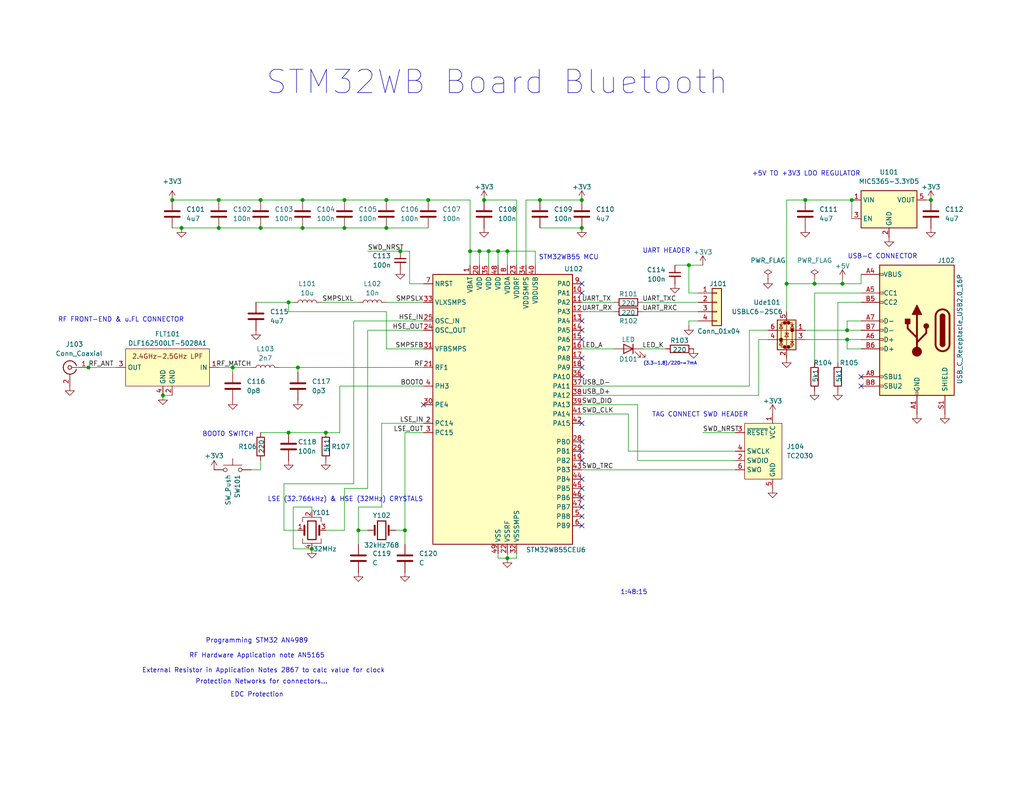
<source format=kicad_sch>
(kicad_sch (version 20231120) (generator "eeschema") (generator_version "8.0")
  (paper "USLetter")
  (title_block (title "STM32 Board w/ Bluetooth") (date "2025-07-06") (rev "v1") (company "Fabian Zarazua/Phil's Lab #127 YT") (comment 3 "Dev Board") (comment 4 "Author: Fabian Zarazua"))
  (lib_symbols
    (symbol "Connector:Conn_ARM_SWD_TagConnect_TC2030" (in_bom no)
      (property "Reference" "J" (at 2.54 11.43 0))
      (property "Value" "Conn_ARM_SWD_TagConnect_TC2030" (at 5.08 8.89 0))
      (symbol "Conn_ARM_SWD_TagConnect_TC2030_0_0"
        (pin power_in line (at -2.54 10.16 270) (length 2.54) (name "VCC") (number "1"))
        (pin bidirectional line (at 7.62 -2.54 180) (length 2.54) (name "SWDIO") (number "2"))
        (pin open_collector line (at 7.62 5.08 180) (length 2.54) (name "~{RESET}") (number "3"))
        (pin output line (at 7.62 0 180) (length 2.54) (name "SWCLK") (number "4"))
        (pin power_in line (at -2.54 -10.16 90) (length 2.54) (name "GND") (number "5"))
        (pin input line (at 7.62 -5.08 180) (length 2.54) (name "SWO") (number "6"))
      )
      (symbol "Conn_ARM_SWD_TagConnect_TC2030_0_1"
        (rectangle (start -5.08 7.62) (end 5.08 -7.62) (fill (type background)))
      )
    )
    (symbol "Connector:Conn_Coaxial" (pin_names (offset 1.016) hide)
      (property "Reference" "J" (at 0.254 3.048 0))
      (property "Value" "Conn_Coaxial" (at 2.921 0 90))
      (symbol "Conn_Coaxial_0_1"
        (arc (start -1.778 -0.508) (mid 0.2311 -1.8066) (end 1.778 0) (stroke (width 0.254)))
        (polyline (pts (xy -2.54 0) (xy -0.508 0)))
        (polyline (pts (xy 0 -2.54) (xy 0 -1.778)))
        (circle (center 0 0) (radius 0.508) (stroke (width 0.2032)))
        (arc (start 1.778 0) (mid 0.2099 1.8101) (end -1.778 0.508) (stroke (width 0.254)))
      )
      (symbol "Conn_Coaxial_1_1"
        (pin passive line (at -5.08 0 0) (length 2.54) (name "In") (number "1"))
        (pin passive line (at 0 -5.08 90) (length 2.54) (name "Ext") (number "2"))
      )
    )
    (symbol "Connector:USB_C_Receptacle_USB2.0_16P" (pin_names (offset 1.016))
      (property "Reference" "J" (at 0 22.225 0))
      (property "Value" "USB_C_Receptacle_USB2.0_16P" (at 0 19.685 0))
      (symbol "USB_C_Receptacle_USB2.0_16P_0_0"
        (rectangle (start -0.254 -17.78) (end 0.254 -16.764))
        (rectangle (start 10.16 -14.986) (end 9.144 -15.494))
        (rectangle (start 10.16 -12.446) (end 9.144 -12.954))
        (rectangle (start 10.16 -4.826) (end 9.144 -5.334))
        (rectangle (start 10.16 -2.286) (end 9.144 -2.794))
        (rectangle (start 10.16 0.254) (end 9.144 -0.254))
        (rectangle (start 10.16 2.794) (end 9.144 2.286))
        (rectangle (start 10.16 7.874) (end 9.144 7.366))
        (rectangle (start 10.16 10.414) (end 9.144 9.906))
        (rectangle (start 10.16 15.494) (end 9.144 14.986))
      )
      (symbol "USB_C_Receptacle_USB2.0_16P_0_1"
        (rectangle (start -10.16 17.78) (end 10.16 -17.78) (stroke (width 0.254)) (fill (type background)))
        (arc (start -8.89 -3.81) (mid -6.985 -5.7067) (end -5.08 -3.81) (stroke (width 0.508)))
        (arc (start -7.62 -3.81) (mid -6.985 -4.4423) (end -6.35 -3.81) (stroke (width 0.254)))
        (arc (start -7.62 -3.81) (mid -6.985 -4.4423) (end -6.35 -3.81) (stroke (width 0.254)) (fill (type outline)))
        (rectangle (start -7.62 -3.81) (end -6.35 3.81) (stroke (width 0.254)) (fill (type outline)))
        (arc (start -6.35 3.81) (mid -6.985 4.4423) (end -7.62 3.81) (stroke (width 0.254)))
        (arc (start -6.35 3.81) (mid -6.985 4.4423) (end -7.62 3.81) (stroke (width 0.254)) (fill (type outline)))
        (arc (start -5.08 3.81) (mid -6.985 5.7067) (end -8.89 3.81) (stroke (width 0.508)))
        (circle (center -2.54 1.143) (radius 0.635) (stroke (width 0.254)) (fill (type outline)))
        (circle (center 0 -5.842) (radius 1.27) (fill (type outline)))
        (polyline (pts (xy -8.89 -3.81) (xy -8.89 3.81)) (stroke (width 0.508)))
        (polyline (pts (xy -5.08 3.81) (xy -5.08 -3.81)) (stroke (width 0.508)))
        (polyline (pts (xy 0 -5.842) (xy 0 4.318)) (stroke (width 0.508)))
        (polyline (pts (xy 0 -3.302) (xy -2.54 -0.762) (xy -2.54 0.508)) (stroke (width 0.508)))
        (polyline (pts (xy 0 -2.032) (xy 2.54 0.508) (xy 2.54 1.778)) (stroke (width 0.508)))
        (polyline (pts (xy -1.27 4.318) (xy 0 6.858) (xy 1.27 4.318) (xy -1.27 4.318)) (stroke (width 0.254)) (fill (type outline)))
        (rectangle (start 1.905 1.778) (end 3.175 3.048) (stroke (width 0.254)) (fill (type outline)))
      )
      (symbol "USB_C_Receptacle_USB2.0_16P_1_1"
        (pin passive line (at 0 -22.86 90) (length 5.08) (name "GND") (number "A1"))
        (pin passive line (at 0 -22.86 90) (length 5.08) hide (name "GND") (number "A12"))
        (pin passive line (at 15.24 15.24 180) (length 5.08) (name "VBUS") (number "A4"))
        (pin bidirectional line (at 15.24 10.16 180) (length 5.08) (name "CC1") (number "A5"))
        (pin bidirectional line (at 15.24 -2.54 180) (length 5.08) (name "D+") (number "A6"))
        (pin bidirectional line (at 15.24 2.54 180) (length 5.08) (name "D-") (number "A7"))
        (pin bidirectional line (at 15.24 -12.7 180) (length 5.08) (name "SBU1") (number "A8"))
        (pin passive line (at 15.24 15.24 180) (length 5.08) hide (name "VBUS") (number "A9"))
        (pin passive line (at 0 -22.86 90) (length 5.08) hide (name "GND") (number "B1"))
        (pin passive line (at 0 -22.86 90) (length 5.08) hide (name "GND") (number "B12"))
        (pin passive line (at 15.24 15.24 180) (length 5.08) hide (name "VBUS") (number "B4"))
        (pin bidirectional line (at 15.24 7.62 180) (length 5.08) (name "CC2") (number "B5"))
        (pin bidirectional line (at 15.24 -5.08 180) (length 5.08) (name "D+") (number "B6"))
        (pin bidirectional line (at 15.24 0 180) (length 5.08) (name "D-") (number "B7"))
        (pin bidirectional line (at 15.24 -15.24 180) (length 5.08) (name "SBU2") (number "B8"))
        (pin passive line (at 15.24 15.24 180) (length 5.08) hide (name "VBUS") (number "B9"))
        (pin passive line (at -7.62 -22.86 90) (length 5.08) (name "SHIELD") (number "S1"))
      )
    )
    (symbol "Connector_Generic:Conn_01x04" (pin_names (offset 1.016) hide)
      (property "Reference" "J" (at 0 5.08 0))
      (property "Value" "Conn_01x04" (at 0 -7.62 0))
      (symbol "Conn_01x04_1_1"
        (rectangle (start -1.27 -4.953) (end 0 -5.207) (stroke (width 0.1524)))
        (rectangle (start -1.27 -2.413) (end 0 -2.667) (stroke (width 0.1524)))
        (rectangle (start -1.27 0.127) (end 0 -0.127) (stroke (width 0.1524)))
        (rectangle (start -1.27 2.667) (end 0 2.413) (stroke (width 0.1524)))
        (rectangle (start -1.27 3.81) (end 1.27 -6.35) (stroke (width 0.254)) (fill (type background)))
        (pin passive line (at -5.08 2.54 0) (length 3.81) (name "Pin_1") (number "1"))
        (pin passive line (at -5.08 0 0) (length 3.81) (name "Pin_2") (number "2"))
        (pin passive line (at -5.08 -2.54 0) (length 3.81) (name "Pin_3") (number "3"))
        (pin passive line (at -5.08 -5.08 0) (length 3.81) (name "Pin_4") (number "4"))
      )
    )
    (symbol "Device:C" (pin_numbers hide) (pin_names (offset 0.254))
      (property "Reference" "C" (at 0.635 2.54 0))
      (property "Value" "C" (at 0.635 -2.54 0))
      (symbol "C_0_1"
        (polyline (pts (xy -2.032 -0.762) (xy 2.032 -0.762)) (stroke (width 0.508)))
        (polyline (pts (xy -2.032 0.762) (xy 2.032 0.762)) (stroke (width 0.508)))
      )
      (symbol "C_1_1"
        (pin passive line (at 0 3.81 270) (length 2.794) (name "~") (number "1"))
        (pin passive line (at 0 -3.81 90) (length 2.794) (name "~") (number "2"))
      )
    )
    (symbol "Device:C_Small" (pin_numbers hide) (pin_names (offset 0.254) hide)
      (property "Reference" "C" (at 0.254 1.778 0))
      (property "Value" "C_Small" (at 0.254 -2.032 0))
      (symbol "C_Small_0_1"
        (polyline (pts (xy -1.524 -0.508) (xy 1.524 -0.508)) (stroke (width 0.3302)))
        (polyline (pts (xy -1.524 0.508) (xy 1.524 0.508)) (stroke (width 0.3048)))
      )
      (symbol "C_Small_1_1"
        (pin passive line (at 0 2.54 270) (length 2.032) (name "~") (number "1"))
        (pin passive line (at 0 -2.54 90) (length 2.032) (name "~") (number "2"))
      )
    )
    (symbol "Device:Crystal" (pin_numbers hide) (pin_names (offset 1.016) hide)
      (property "Reference" "Y" (at 0 3.81 0))
      (property "Value" "Crystal" (at 0 -3.81 0))
      (symbol "Crystal_0_1"
        (rectangle (start -1.143 2.54) (end 1.143 -2.54) (stroke (width 0.3048)))
        (polyline (pts (xy -2.54 0) (xy -1.905 0)))
        (polyline (pts (xy -1.905 -1.27) (xy -1.905 1.27)) (stroke (width 0.508)))
        (polyline (pts (xy 1.905 -1.27) (xy 1.905 1.27)) (stroke (width 0.508)))
        (polyline (pts (xy 2.54 0) (xy 1.905 0)))
      )
      (symbol "Crystal_1_1"
        (pin passive line (at -3.81 0 0) (length 1.27) (name "1") (number "1"))
        (pin passive line (at 3.81 0 180) (length 1.27) (name "2") (number "2"))
      )
    )
    (symbol "Device:Crystal_GND24" (pin_names (offset 1.016) hide)
      (property "Reference" "Y" (at 3.175 5.08 0))
      (property "Value" "Crystal_GND24" (at 3.175 3.175 0))
      (symbol "Crystal_GND24_0_1"
        (rectangle (start -1.143 2.54) (end 1.143 -2.54) (stroke (width 0.3048)))
        (polyline (pts (xy -2.54 0) (xy -2.032 0)))
        (polyline (pts (xy -2.032 -1.27) (xy -2.032 1.27)) (stroke (width 0.508)))
        (polyline (pts (xy 0 -3.81) (xy 0 -3.556)))
        (polyline (pts (xy 0 3.556) (xy 0 3.81)))
        (polyline (pts (xy 2.032 -1.27) (xy 2.032 1.27)) (stroke (width 0.508)))
        (polyline (pts (xy 2.032 0) (xy 2.54 0)))
        (polyline (pts (xy -2.54 -2.286) (xy -2.54 -3.556) (xy 2.54 -3.556) (xy 2.54 -2.286)))
        (polyline (pts (xy -2.54 2.286) (xy -2.54 3.556) (xy 2.54 3.556) (xy 2.54 2.286)))
      )
      (symbol "Crystal_GND24_1_1"
        (pin passive line (at -3.81 0 0) (length 1.27) (name "1") (number "1"))
        (pin passive line (at 0 5.08 270) (length 1.27) (name "2") (number "2"))
        (pin passive line (at 3.81 0 180) (length 1.27) (name "3") (number "3"))
        (pin passive line (at 0 -5.08 90) (length 1.27) (name "4") (number "4"))
      )
    )
    (symbol "Device:L" (pin_numbers hide) (pin_names (offset 1.016) hide)
      (property "Reference" "L" (at -1.27 0 90))
      (property "Value" "L" (at 1.905 0 90))
      (symbol "L_0_1"
        (arc (start 0 -2.54) (mid 0.6323 -1.905) (end 0 -1.27))
        (arc (start 0 -1.27) (mid 0.6323 -0.635) (end 0 0))
        (arc (start 0 0) (mid 0.6323 0.635) (end 0 1.27))
        (arc (start 0 1.27) (mid 0.6323 1.905) (end 0 2.54))
      )
      (symbol "L_1_1"
        (pin passive line (at 0 3.81 270) (length 1.27) (name "1") (number "1"))
        (pin passive line (at 0 -3.81 90) (length 1.27) (name "2") (number "2"))
      )
    )
    (symbol "Device:LED" (pin_numbers hide) (pin_names (offset 1.016) hide)
      (property "Reference" "D" (at 0 2.54 0))
      (property "Value" "LED" (at 0 -2.54 0))
      (symbol "LED_0_1"
        (polyline (pts (xy -1.27 -1.27) (xy -1.27 1.27)) (stroke (width 0.254)))
        (polyline (pts (xy -1.27 0) (xy 1.27 0)))
        (polyline (pts (xy 1.27 -1.27) (xy 1.27 1.27) (xy -1.27 0) (xy 1.27 -1.27)) (stroke (width 0.254)))
        (polyline (pts (xy -3.048 -0.762) (xy -4.572 -2.286) (xy -3.81 -2.286) (xy -4.572 -2.286) (xy -4.572 -1.524)))
        (polyline (pts (xy -1.778 -0.762) (xy -3.302 -2.286) (xy -2.54 -2.286) (xy -3.302 -2.286) (xy -3.302 -1.524)))
      )
      (symbol "LED_1_1"
        (pin passive line (at -3.81 0 0) (length 2.54) (name "K") (number "1"))
        (pin passive line (at 3.81 0 180) (length 2.54) (name "A") (number "2"))
      )
    )
    (symbol "Device:R" (pin_numbers hide) (pin_names (offset 0))
      (property "Reference" "R" (at 2.032 0 90))
      (property "Value" "R" (at 0 0 90))
      (symbol "R_0_1"
        (rectangle (start -1.016 -2.54) (end 1.016 2.54) (stroke (width 0.254)))
      )
      (symbol "R_1_1"
        (pin passive line (at 0 3.81 270) (length 1.27) (name "~") (number "1"))
        (pin passive line (at 0 -3.81 90) (length 1.27) (name "~") (number "2"))
      )
    )
    (symbol "MCU_ST_STM32WB:STM32WB55CEUx"
      (property "Reference" "U" (at -17.78 39.37 0))
      (property "Value" "STM32WB55CEUx" (at 12.7 39.37 0))
      (symbol "STM32WB55CEUx_0_1"
        (rectangle (start -17.78 -35.56) (end 20.32 38.1) (stroke (width 0.254)) (fill (type background)))
      )
      (symbol "STM32WB55CEUx_1_1"
        (pin power_in line (at -7.62 40.64 270) (length 2.54) (name "VBAT") (number "1"))
        (pin bidirectional line (at 22.86 33.02 180) (length 2.54) (name "PA1") (number "10"))
        (pin bidirectional line (at 22.86 30.48 180) (length 2.54) (name "PA2") (number "11"))
        (pin bidirectional line (at 22.86 27.94 180) (length 2.54) (name "PA3") (number "12"))
        (pin bidirectional line (at 22.86 25.4 180) (length 2.54) (name "PA4") (number "13"))
        (pin bidirectional line (at 22.86 22.86 180) (length 2.54) (name "PA5") (number "14"))
        (pin bidirectional line (at 22.86 20.32 180) (length 2.54) (name "PA6") (number "15"))
        (pin bidirectional line (at 22.86 17.78 180) (length 2.54) (name "PA7") (number "16"))
        (pin bidirectional line (at 22.86 15.24 180) (length 2.54) (name "PA8") (number "17"))
        (pin bidirectional line (at 22.86 12.7 180) (length 2.54) (name "PA9") (number "18"))
        (pin bidirectional line (at 22.86 -12.7 180) (length 2.54) (name "PB2") (number "19"))
        (pin bidirectional line (at -20.32 -2.54 0) (length 2.54) (name "PC14") (number "2"))
        (pin power_in line (at -5.08 40.64 270) (length 2.54) (name "VDD") (number "20"))
        (pin bidirectional line (at -20.32 12.7 0) (length 2.54) (name "RF1") (number "21"))
        (pin power_in line (at 2.54 -38.1 90) (length 2.54) (name "VSSRF") (number "22"))
        (pin power_in line (at 5.08 40.64 270) (length 2.54) (name "VDDRF") (number "23"))
        (pin input line (at -20.32 22.86 0) (length 2.54) (name "OSC_OUT") (number "24"))
        (pin input line (at -20.32 25.4 0) (length 2.54) (name "OSC_IN") (number "25"))
        (pin no_connect line (at -17.78 -35.56 0) (length 2.54) hide (name "AT0") (number "26"))
        (pin no_connect line (at -17.78 -33.02 0) (length 2.54) hide (name "AT1") (number "27"))
        (pin bidirectional line (at 22.86 -7.62 180) (length 2.54) (name "PB0") (number "28"))
        (pin bidirectional line (at 22.86 -10.16 180) (length 2.54) (name "PB1") (number "29"))
        (pin bidirectional line (at -20.32 -5.08 0) (length 2.54) (name "PC15") (number "3"))
        (pin bidirectional line (at -20.32 2.54 0) (length 2.54) (name "PE4") (number "30"))
        (pin input line (at -20.32 17.78 0) (length 2.54) (name "VFBSMPS") (number "31"))
        (pin power_in line (at 5.08 -38.1 90) (length 2.54) (name "VSSSMPS") (number "32"))
        (pin power_in line (at -20.32 30.48 0) (length 2.54) (name "VLXSMPS") (number "33"))
        (pin power_in line (at 7.62 40.64 270) (length 2.54) (name "VDDSMPS") (number "34"))
        (pin power_in line (at -2.54 40.64 270) (length 2.54) (name "VDD") (number "35"))
        (pin bidirectional line (at 22.86 10.16 180) (length 2.54) (name "PA10") (number "36"))
        (pin bidirectional line (at 22.86 7.62 180) (length 2.54) (name "PA11") (number "37"))
        (pin bidirectional line (at 22.86 5.08 180) (length 2.54) (name "PA12") (number "38"))
        (pin bidirectional line (at 22.86 2.54 180) (length 2.54) (name "PA13") (number "39"))
        (pin bidirectional line (at -20.32 7.62 0) (length 2.54) (name "PH3") (number "4"))
        (pin power_in line (at 10.16 40.64 270) (length 2.54) (name "VDDUSB") (number "40"))
        (pin bidirectional line (at 22.86 0 180) (length 2.54) (name "PA14") (number "41"))
        (pin bidirectional line (at 22.86 -2.54 180) (length 2.54) (name "PA15") (number "42"))
        (pin bidirectional line (at 22.86 -15.24 180) (length 2.54) (name "PB3") (number "43"))
        (pin bidirectional line (at 22.86 -17.78 180) (length 2.54) (name "PB4") (number "44"))
        (pin bidirectional line (at 22.86 -20.32 180) (length 2.54) (name "PB5") (number "45"))
        (pin bidirectional line (at 22.86 -22.86 180) (length 2.54) (name "PB6") (number "46"))
        (pin bidirectional line (at 22.86 -25.4 180) (length 2.54) (name "PB7") (number "47"))
        (pin power_in line (at 0 40.64 270) (length 2.54) (name "VDD") (number "48"))
        (pin power_in line (at 0 -38.1 90) (length 2.54) (name "VSS") (number "49"))
        (pin bidirectional line (at 22.86 -27.94 180) (length 2.54) (name "PB8") (number "5"))
        (pin bidirectional line (at 22.86 -30.48 180) (length 2.54) (name "PB9") (number "6"))
        (pin input line (at -20.32 35.56 0) (length 2.54) (name "NRST") (number "7"))
        (pin power_in line (at 2.54 40.64 270) (length 2.54) (name "VDDA") (number "8"))
        (pin bidirectional line (at 22.86 35.56 180) (length 2.54) (name "PA0") (number "9"))
      )
    )
    (symbol "Power_Protection:USBLC6-2SC6" (pin_names hide)
      (property "Reference" "U" (at 0.635 5.715 0))
      (property "Value" "USBLC6-2SC6" (at 0.635 3.81 0))
      (symbol "USBLC6-2SC6_0_0"
        (circle (center -1.524 0) (radius 0.0001) (stroke (width 0.508)))
        (circle (center -0.508 -4.572) (radius 0.0001) (stroke (width 0.508)))
        (circle (center -0.508 2.032) (radius 0.0001) (stroke (width 0.508)))
        (circle (center 0.508 -4.572) (radius 0.0001) (stroke (width 0.508)))
        (circle (center 0.508 2.032) (radius 0.0001) (stroke (width 0.508)))
        (circle (center 1.524 -2.54) (radius 0.0001) (stroke (width 0.508)))
      )
      (symbol "USBLC6-2SC6_0_1"
        (polyline (pts (xy -2.54 -2.54) (xy 2.54 -2.54)))
        (polyline (pts (xy -2.54 0) (xy 2.54 0)))
        (polyline (pts (xy -2.032 -3.048) (xy -1.016 -3.048)))
        (polyline (pts (xy -1.016 1.524) (xy -2.032 1.524)))
        (polyline (pts (xy 1.016 -3.048) (xy 2.032 -3.048)))
        (polyline (pts (xy 1.016 1.524) (xy 2.032 1.524)))
        (polyline (pts (xy -0.508 -1.143) (xy -0.508 -0.762) (xy 0.508 -0.762)))
        (polyline (pts (xy -2.032 0.508) (xy -1.016 0.508) (xy -1.524 1.524) (xy -2.032 0.508)))
        (polyline (pts (xy -1.016 -4.064) (xy -2.032 -4.064) (xy -1.524 -3.048) (xy -1.016 -4.064)))
        (polyline (pts (xy 0.508 -1.778) (xy -0.508 -1.778) (xy 0 -0.762) (xy 0.508 -1.778)))
        (polyline (pts (xy 2.032 -4.064) (xy 1.016 -4.064) (xy 1.524 -3.048) (xy 2.032 -4.064)))
        (polyline (pts (xy 2.032 0.508) (xy 1.016 0.508) (xy 1.524 1.524) (xy 2.032 0.508)))
        (polyline (pts (xy 0 2.54) (xy -0.508 2.032) (xy 0.508 2.032) (xy 0 1.524) (xy 0 -4.064) (xy -0.508 -4.572) (xy 0.508 -4.572) (xy 0 -5.08)))
      )
      (symbol "USBLC6-2SC6_1_1"
        (rectangle (start -2.54 2.794) (end 2.54 -5.334) (stroke (width 0.254)) (fill (type background)))
        (polyline (pts (xy -0.508 2.032) (xy -1.524 2.032) (xy -1.524 -4.572) (xy -0.508 -4.572)))
        (polyline (pts (xy 0.508 -4.572) (xy 1.524 -4.572) (xy 1.524 2.032) (xy 0.508 2.032)))
        (pin passive line (at -5.08 0 0) (length 2.54) (name "I/O1") (number "1"))
        (pin passive line (at 0 -7.62 90) (length 2.54) (name "GND") (number "2"))
        (pin passive line (at -5.08 -2.54 0) (length 2.54) (name "I/O2") (number "3"))
        (pin passive line (at 5.08 -2.54 180) (length 2.54) (name "I/O2") (number "4"))
        (pin passive line (at 0 5.08 270) (length 2.54) (name "VBUS") (number "5"))
        (pin passive line (at 5.08 0 180) (length 2.54) (name "I/O1") (number "6"))
      )
    )
    (symbol "Regulator_Linear:MIC5365-3.3YD5"
      (property "Reference" "U" (at -7.62 6.35 0))
      (property "Value" "MIC5365-3.3YD5" (at 0 6.35 0))
      (symbol "MIC5365-3.3YD5_0_1"
        (rectangle (start -7.62 -5.08) (end 7.62 5.08) (stroke (width 0.254)) (fill (type background)))
      )
      (symbol "MIC5365-3.3YD5_1_1"
        (pin power_in line (at -10.16 2.54 0) (length 2.54) (name "VIN") (number "1"))
        (pin power_in line (at 0 -7.62 90) (length 2.54) (name "GND") (number "2"))
        (pin input line (at -10.16 -2.54 0) (length 2.54) (name "EN") (number "3"))
        (pin no_connect line (at 7.62 -2.54 180) (length 2.54) hide (name "NC") (number "4"))
        (pin power_out line (at 10.16 2.54 180) (length 2.54) (name "VOUT") (number "5"))
      )
    )
    (symbol "STM32_Board_Bluetooth_SchematicSymbols:DLF162500LT-5028A1"
      (property "Reference" "FLT" (at 0.254 6.604 0))
      (property "Value" "DLF162500LT-5028A1" (at 12.446 -6.604 0))
      (symbol "DLF162500LT-5028A1_0_0"
        (pin passive line (at -13.97 0 0) (length 2.54) (name "IN") (number "1"))
        (pin passive line (at -1.27 -7.62 90) (length 2.54) (name "GND") (number "2"))
        (pin passive line (at 13.97 0 180) (length 2.54) (name "OUT") (number "3"))
        (pin passive line (at 1.27 -7.62 90) (length 2.54) (name "GND") (number "4"))
      )
      (symbol "DLF162500LT-5028A1_1_1"
        (polyline (pts (xy -11.43 5.08) (xy -11.43 -5.08) (xy 11.43 -5.08) (xy 11.43 5.08) (xy -11.43 5.08)) (fill (type background)))
        (text "2.4GHz-2.5GHz LPF\n" (at 0 3.048 0) (effects (font (size 1.27 1.27))))
      )
    )
    (symbol "Switch:SW_Push" (pin_numbers hide) (pin_names (offset 1.016) hide)
      (property "Reference" "SW" (at 1.27 2.54 0))
      (property "Value" "SW_Push" (at 0 -1.524 0))
      (symbol "SW_Push_0_1"
        (circle (center -2.032 0) (radius 0.508))
        (polyline (pts (xy 0 1.27) (xy 0 3.048)))
        (polyline (pts (xy 2.54 1.27) (xy -2.54 1.27)))
        (circle (center 2.032 0) (radius 0.508))
        (pin passive line (at -5.08 0 0) (length 2.54) (name "1") (number "1"))
        (pin passive line (at 5.08 0 180) (length 2.54) (name "2") (number "2"))
      )
    )
    (symbol "power:+3V3" (power) (pin_numbers hide) (pin_names (offset 0) hide)
      (property "Value" "+3V3" (at 0 3.556 0))
      (symbol "+3V3_0_1"
        (polyline (pts (xy -0.762 1.27) (xy 0 2.54)))
        (polyline (pts (xy 0 0) (xy 0 2.54)))
        (polyline (pts (xy 0 2.54) (xy 0.762 1.27)))
      )
      (symbol "+3V3_1_1"
        (pin power_in line (at 0 0 90) (length 0) (name "~") (number "1"))
      )
    )
    (symbol "power:+5V" (power) (pin_numbers hide) (pin_names (offset 0) hide)
      (property "Value" "+5V" (at 0 3.556 0))
      (symbol "+5V_0_1"
        (polyline (pts (xy -0.762 1.27) (xy 0 2.54)))
        (polyline (pts (xy 0 0) (xy 0 2.54)))
        (polyline (pts (xy 0 2.54) (xy 0.762 1.27)))
      )
      (symbol "+5V_1_1"
        (pin power_in line (at 0 0 90) (length 0) (name "~") (number "1"))
      )
    )
    (symbol "power:GND" (power) (pin_numbers hide) (pin_names (offset 0) hide)
      (property "Value" "GND" (at 0 -3.81 0))
      (symbol "GND_0_1"
        (polyline (pts (xy 0 0) (xy 0 -1.27) (xy 1.27 -1.27) (xy 0 -2.54) (xy -1.27 -1.27) (xy 0 -1.27)))
      )
      (symbol "GND_1_1"
        (pin power_in line (at 0 0 270) (length 0) (name "~") (number "1"))
      )
    )
    (symbol "power:PWR_FLAG" (power) (pin_numbers hide) (pin_names (offset 0) hide)
      (property "Value" "PWR_FLAG" (at 0 3.81 0))
      (symbol "PWR_FLAG_0_0"
        (pin power_out line (at 0 0 90) (length 0) (name "~") (number "1"))
      )
      (symbol "PWR_FLAG_0_1"
        (polyline (pts (xy 0 0) (xy 0 1.27) (xy -1.016 1.905) (xy 0 2.54) (xy 1.016 1.905) (xy 0 1.27)))
      )
    )
  )
  (junction (at 219.71 54.61))
  (junction (at 49.53 62.23))
  (junction (at 158.75 54.61))
  (junction (at 229.87 77.47))
  (junction (at 128.27 68.58))
  (junction (at 109.22 68.58))
  (junction (at 116.84 54.61))
  (junction (at 231.14 90.17))
  (junction (at 132.08 54.61))
  (junction (at 85.09 149.86))
  (junction (at 232.41 54.61))
  (junction (at 81.28 100.33))
  (junction (at 71.12 62.23))
  (junction (at 44.45 107.95))
  (junction (at 138.43 152.4))
  (junction (at 93.98 54.61))
  (junction (at 63.5 100.33))
  (junction (at 135.89 68.58))
  (junction (at 214.63 77.47))
  (junction (at 105.41 62.23))
  (junction (at 78.74 82.55))
  (junction (at 130.81 68.58))
  (junction (at 147.32 54.61))
  (junction (at 222.25 77.47))
  (junction (at 88.9 118.11))
  (junction (at 24.13 100.33))
  (junction (at 105.41 54.61))
  (junction (at 138.43 68.58))
  (junction (at 231.14 92.71))
  (junction (at 133.35 68.58))
  (junction (at 97.79 144.78))
  (junction (at 187.96 72.39))
  (junction (at 93.98 62.23))
  (junction (at 82.55 62.23))
  (junction (at 71.12 54.61))
  (junction (at 254 54.61))
  (junction (at 110.49 144.78))
  (junction (at 82.55 54.61))
  (junction (at 59.69 62.23))
  (junction (at 59.69 54.61))
  (junction (at 46.99 54.61))
  (junction (at 78.74 118.11))
  (junction (at 158.75 62.23))
  (no_connect (at 158.75 87.63))
  (no_connect (at 158.75 80.01))
  (no_connect (at 158.75 102.87))
  (no_connect (at 158.75 135.89))
  (no_connect (at 234.95 102.87))
  (no_connect (at 158.75 125.73))
  (no_connect (at 158.75 143.51))
  (no_connect (at 158.75 92.71))
  (no_connect (at 158.75 100.33))
  (no_connect (at 158.75 77.47))
  (no_connect (at 158.75 90.17))
  (no_connect (at 158.75 130.81))
  (no_connect (at 234.95 105.41))
  (no_connect (at 158.75 123.19))
  (no_connect (at 158.75 97.79))
  (no_connect (at 158.75 133.35))
  (no_connect (at 158.75 140.97))
  (no_connect (at 158.75 138.43))
  (no_connect (at 115.57 110.49))
  (no_connect (at 158.75 120.65))
  (no_connect (at 158.75 115.57))
  (wire (pts (xy 231.14 92.71) (xy 231.14 95.25)))
  (wire (pts (xy 140.97 54.61) (xy 140.97 72.39)))
  (wire (pts (xy 49.53 62.23) (xy 59.69 62.23)))
  (wire (pts (xy 111.76 68.58) (xy 111.76 77.47)))
  (wire (pts (xy 130.81 68.58) (xy 130.81 72.39)))
  (wire (pts (xy 138.43 68.58) (xy 146.05 68.58)))
  (wire (pts (xy 234.95 74.93) (xy 234.95 77.47)))
  (wire (pts (xy 187.96 80.01) (xy 190.5 80.01)))
  (wire (pts (xy 104.14 138.43) (xy 97.79 138.43)))
  (wire (pts (xy 200.66 123.19) (xy 171.45 123.19)))
  (wire (pts (xy 187.96 87.63) (xy 190.5 87.63)))
  (wire (pts (xy 78.74 85.09) (xy 105.41 85.09)))
  (wire (pts (xy 234.95 95.25) (xy 231.14 95.25)))
  (wire (pts (xy 158.75 128.27) (xy 200.66 128.27)))
  (wire (pts (xy 207.01 92.71) (xy 207.01 107.95)))
  (wire (pts (xy 71.12 62.23) (xy 82.55 62.23)))
  (wire (pts (xy 209.55 92.71) (xy 207.01 92.71)))
  (wire (pts (xy 24.13 100.33) (xy 31.75 100.33)))
  (wire (pts (xy 135.89 152.4) (xy 135.89 151.13)))
  (wire (pts (xy 105.41 85.09) (xy 105.41 95.25)))
  (wire (pts (xy 110.49 148.59) (xy 110.49 144.78)))
  (wire (pts (xy 78.74 82.55) (xy 78.74 85.09)))
  (wire (pts (xy 222.25 77.47) (xy 229.87 77.47)))
  (wire (pts (xy 184.15 72.39) (xy 187.96 72.39)))
  (wire (pts (xy 200.66 125.73) (xy 173.99 125.73)))
  (wire (pts (xy 92.71 105.41) (xy 115.57 105.41)))
  (wire (pts (xy 105.41 82.55) (xy 115.57 82.55)))
  (wire (pts (xy 175.26 85.09) (xy 190.5 85.09)))
  (wire (pts (xy 46.99 62.23) (xy 49.53 62.23)))
  (wire (pts (xy 219.71 54.61) (xy 232.41 54.61)))
  (wire (pts (xy 132.08 54.61) (xy 140.97 54.61)))
  (wire (pts (xy 158.75 62.23) (xy 147.32 62.23)))
  (wire (pts (xy 109.22 68.58) (xy 111.76 68.58)))
  (wire (pts (xy 191.77 118.11) (xy 200.66 118.11)))
  (wire (pts (xy 158.75 110.49) (xy 173.99 110.49)))
  (wire (pts (xy 100.33 90.17) (xy 100.33 133.35)))
  (wire (pts (xy 59.69 62.23) (xy 71.12 62.23)))
  (wire (pts (xy 140.97 152.4) (xy 140.97 151.13)))
  (wire (pts (xy 133.35 68.58) (xy 133.35 72.39)))
  (wire (pts (xy 96.52 132.08) (xy 77.47 132.08)))
  (wire (pts (xy 71.12 128.27) (xy 68.58 128.27)))
  (wire (pts (xy 77.47 132.08) (xy 77.47 144.78)))
  (wire (pts (xy 135.89 68.58) (xy 138.43 68.58)))
  (wire (pts (xy 107.95 144.78) (xy 110.49 144.78)))
  (wire (pts (xy 228.6 82.55) (xy 234.95 82.55)))
  (wire (pts (xy 130.81 68.58) (xy 133.35 68.58)))
  (wire (pts (xy 111.76 77.47) (xy 115.57 77.47)))
  (wire (pts (xy 97.79 138.43) (xy 97.79 144.78)))
  (wire (pts (xy 76.2 100.33) (xy 81.28 100.33)))
  (wire (pts (xy 143.51 54.61) (xy 143.51 72.39)))
  (wire (pts (xy 204.47 90.17) (xy 209.55 90.17)))
  (wire (pts (xy 229.87 77.47) (xy 234.95 77.47)))
  (wire (pts (xy 187.96 72.39) (xy 187.96 80.01)))
  (wire (pts (xy 71.12 54.61) (xy 82.55 54.61)))
  (wire (pts (xy 80.01 149.86) (xy 85.09 149.86)))
  (wire (pts (xy 138.43 152.4) (xy 140.97 152.4)))
  (wire (pts (xy 158.75 95.25) (xy 167.64 95.25)))
  (wire (pts (xy 46.99 107.95) (xy 44.45 107.95)))
  (wire (pts (xy 59.69 100.33) (xy 63.5 100.33)))
  (wire (pts (xy 222.25 76.2) (xy 222.25 77.47)))
  (wire (pts (xy 143.51 54.61) (xy 147.32 54.61)))
  (wire (pts (xy 219.71 90.17) (xy 231.14 90.17)))
  (wire (pts (xy 158.75 105.41) (xy 204.47 105.41)))
  (wire (pts (xy 77.47 144.78) (xy 81.28 144.78)))
  (wire (pts (xy 191.77 72.39) (xy 187.96 72.39)))
  (wire (pts (xy 187.96 88.9) (xy 187.96 87.63)))
  (wire (pts (xy 133.35 68.58) (xy 135.89 68.58)))
  (wire (pts (xy 146.05 72.39) (xy 146.05 68.58)))
  (wire (pts (xy 222.25 80.01) (xy 222.25 99.06)))
  (wire (pts (xy 82.55 54.61) (xy 93.98 54.61)))
  (wire (pts (xy 116.84 54.61) (xy 128.27 54.61)))
  (wire (pts (xy 82.55 62.23) (xy 93.98 62.23)))
  (wire (pts (xy 128.27 68.58) (xy 128.27 72.39)))
  (wire (pts (xy 110.49 118.11) (xy 115.57 118.11)))
  (wire (pts (xy 158.75 82.55) (xy 167.64 82.55)))
  (wire (pts (xy 204.47 105.41) (xy 204.47 90.17)))
  (wire (pts (xy 97.79 148.59) (xy 97.79 144.78)))
  (wire (pts (xy 93.98 133.35) (xy 93.98 144.78)))
  (wire (pts (xy 234.95 87.63) (xy 231.14 87.63)))
  (wire (pts (xy 97.79 144.78) (xy 100.33 144.78)))
  (wire (pts (xy 231.14 90.17) (xy 234.95 90.17)))
  (wire (pts (xy 63.5 101.6) (xy 63.5 100.33)))
  (wire (pts (xy 78.74 118.11) (xy 88.9 118.11)))
  (wire (pts (xy 93.98 62.23) (xy 105.41 62.23)))
  (wire (pts (xy 173.99 125.73) (xy 173.99 110.49)))
  (wire (pts (xy 171.45 123.19) (xy 171.45 113.03)))
  (wire (pts (xy 158.75 54.61) (xy 147.32 54.61)))
  (wire (pts (xy 104.14 115.57) (xy 115.57 115.57)))
  (wire (pts (xy 110.49 118.11) (xy 110.49 144.78)))
  (wire (pts (xy 158.75 113.03) (xy 171.45 113.03)))
  (wire (pts (xy 128.27 68.58) (xy 130.81 68.58)))
  (wire (pts (xy 69.85 82.55) (xy 78.74 82.55)))
  (wire (pts (xy 105.41 62.23) (xy 116.84 62.23)))
  (wire (pts (xy 252.73 54.61) (xy 254 54.61)))
  (wire (pts (xy 59.69 54.61) (xy 71.12 54.61)))
  (wire (pts (xy 214.63 77.47) (xy 214.63 54.61)))
  (wire (pts (xy 232.41 54.61) (xy 232.41 59.69)))
  (wire (pts (xy 78.74 82.55) (xy 80.01 82.55)))
  (wire (pts (xy 93.98 54.61) (xy 105.41 54.61)))
  (wire (pts (xy 46.99 54.61) (xy 59.69 54.61)))
  (wire (pts (xy 214.63 54.61) (xy 219.71 54.61)))
  (wire (pts (xy 229.87 76.2) (xy 229.87 77.47)))
  (wire (pts (xy 219.71 92.71) (xy 231.14 92.71)))
  (wire (pts (xy 115.57 87.63) (xy 96.52 87.63)))
  (wire (pts (xy 104.14 115.57) (xy 104.14 138.43)))
  (wire (pts (xy 92.71 118.11) (xy 88.9 118.11)))
  (wire (pts (xy 85.09 139.7) (xy 85.09 138.43)))
  (wire (pts (xy 81.28 101.6) (xy 81.28 100.33)))
  (wire (pts (xy 87.63 82.55) (xy 97.79 82.55)))
  (wire (pts (xy 93.98 144.78) (xy 88.9 144.78)))
  (wire (pts (xy 222.25 80.01) (xy 234.95 80.01)))
  (wire (pts (xy 135.89 68.58) (xy 135.89 72.39)))
  (wire (pts (xy 100.33 68.58) (xy 109.22 68.58)))
  (wire (pts (xy 181.61 95.25) (xy 175.26 95.25)))
  (wire (pts (xy 158.75 107.95) (xy 207.01 107.95)))
  (wire (pts (xy 228.6 99.06) (xy 228.6 82.55)))
  (wire (pts (xy 105.41 95.25) (xy 115.57 95.25)))
  (wire (pts (xy 158.75 85.09) (xy 167.64 85.09)))
  (wire (pts (xy 175.26 82.55) (xy 190.5 82.55)))
  (wire (pts (xy 71.12 128.27) (xy 71.12 125.73)))
  (wire (pts (xy 231.14 87.63) (xy 231.14 90.17)))
  (wire (pts (xy 231.14 92.71) (xy 234.95 92.71)))
  (wire (pts (xy 24.13 100.33) (xy 21.59 100.33)))
  (wire (pts (xy 96.52 87.63) (xy 96.52 132.08)))
  (wire (pts (xy 214.63 77.47) (xy 222.25 77.47)))
  (wire (pts (xy 81.28 100.33) (xy 115.57 100.33)))
  (wire (pts (xy 128.27 54.61) (xy 128.27 68.58)))
  (wire (pts (xy 115.57 90.17) (xy 100.33 90.17)))
  (wire (pts (xy 80.01 138.43) (xy 80.01 149.86)))
  (wire (pts (xy 71.12 118.11) (xy 78.74 118.11)))
  (wire (pts (xy 105.41 54.61) (xy 116.84 54.61)))
  (wire (pts (xy 138.43 152.4) (xy 138.43 151.13)))
  (wire (pts (xy 92.71 105.41) (xy 92.71 118.11)))
  (wire (pts (xy 63.5 100.33) (xy 68.58 100.33)))
  (wire (pts (xy 138.43 72.39) (xy 138.43 68.58)))
  (wire (pts (xy 214.63 77.47) (xy 214.63 85.09)))
  (wire (pts (xy 85.09 138.43) (xy 80.01 138.43)))
  (wire (pts (xy 138.43 152.4) (xy 135.89 152.4)))
  (wire (pts (xy 100.33 133.35) (xy 93.98 133.35)))
  (text "RF FRONT-END & u.FL CONNECTOR" (at 33.02 87.376 0) (effects (font (size 1.27 1.27))))
  (text "+5V TO +3V3 LDO REGULATOR\n" (at 219.964 47.498 0) (effects (font (size 1.27 1.27))))
  (text "EDC Protection" (at 70.104 189.738 0) (effects (font (size 1.27 1.27))))
  (text "Programming STM32 AN4989" (at 70.104 175.006 0) (effects (font (size 1.27 1.27))))
  (text "Protection Networks for connectors..." (at 71.374 186.182 0) (effects (font (size 1.27 1.27))))
  (text "LSE (32.766kHz) & HSE (32MHz) CRYSTALS" (at 94.234 136.398 0) (effects (font (size 1.27 1.27))))
  (text "UART HEADER\n" (at 181.864 68.58 0) (effects (font (size 1.27 1.27))))
  (text "(3.3-1.8)/220~=7mA" (at 182.88 99.314 0) (effects (font (size 0.889 0.889))))
  (text "USB-C CONNECTOR" (at 240.792 70.104 0) (effects (font (size 1.27 1.27))))
  (text "STM32WB Board Bluetooth" (at 135.636 22.606 0) (effects (font (size 6.35 6.35))))
  (text "STM32WB55 MCU" (at 155.194 70.358 0) (effects (font (size 1.27 1.27))))
  (text "BOOT0 SWITCH\n" (at 62.23 118.618 0) (effects (font (size 1.27 1.27))))
  (text "1:48:15" (at 172.974 161.798 0) (effects (font (size 1.27 1.27))))
  (text "RF Hardware Application note AN5165\n" (at 70.104 179.07 0) (effects (font (size 1.27 1.27))))
  (text "TAG CONNECT SWD HEADER" (at 191.008 113.284 0) (effects (font (size 1.27 1.27))))
  (text "External Resistor in Application Notes 2867 to calc value for clock" (at 71.882 183.134 0) (effects (font (size 1.27 1.27))))
  (label "SMPSLX" (at 115.57 82.55 180))
  (label "RF_MATCH" (at 68.58 100.33 180))
  (label "UART_TXC" (at 175.26 82.55 0))
  (label "SMPSLXL" (at 96.52 82.55 180))
  (label "SWD_NRST" (at 100.33 68.58 0))
  (label "UART_RXC" (at 175.26 85.09 0))
  (label "HSE_OUT" (at 115.57 90.17 180))
  (label "SWD_NRST" (at 191.77 118.11 0))
  (label "LED_K" (at 175.26 95.25 0))
  (label "RF" (at 115.57 100.33 180))
  (label "SWD_DIO" (at 158.75 110.49 0))
  (label "LED_A" (at 158.75 95.25 0))
  (label "LSE_OUT" (at 115.57 118.11 180))
  (label "USB_D+" (at 158.75 107.95 0))
  (label "RF_ANT" (at 24.13 100.33 0))
  (label "SWD_CLK" (at 158.75 113.03 0))
  (label "HSE_IN" (at 115.57 87.63 180))
  (label "UART_TX" (at 158.75 82.55 0))
  (label "LSE_IN" (at 115.57 115.57 180))
  (label "BOOT0" (at 115.57 105.41 180))
  (label "SWD_TRC" (at 158.75 128.27 0))
  (label "SMPSFB" (at 115.57 95.25 180))
  (label "USB_D-" (at 158.75 105.41 0))
  (label "UART_RX" (at 158.75 85.09 0))
  (symbol (lib_id "Device:C") (at 105.41 58.42 0) (unit 1)
    (property "Reference" "C106" (at 109.22 57.1499 0) (effects (justify left)))
    (property "Value" "100n" (at 109.22 59.6899 0) (effects (justify left)))
    (property "Description" "Unpolarized capacitor" (effects (hide yes)))
  )
  (symbol (lib_id "power:GND") (at 85.09 149.86 0) (unit 1)
    (property "Reference" "#PWR0132" (effects (hide yes)))
    (property "Value" "GND" (effects (hide yes)))
    (property "Description" "Power symbol creates a global label with name \"GND\" , ground" (effects (hide yes)))
  )
  (symbol (lib_id "power:GND") (at 158.75 62.23 0) (unit 1)
    (property "Reference" "#PWR0107" (effects (hide yes)))
    (property "Value" "GND" (effects (hide yes)))
    (property "Description" "Power symbol creates a global label with name \"GND\" , ground" (effects (hide yes)))
  )
  (symbol (lib_id "power:GND") (at 78.74 125.73 0) (unit 1)
    (property "Reference" "#PWR0128" (effects (hide yes)))
    (property "Value" "GND" (effects (hide yes)))
    (property "Description" "Power symbol creates a global label with name \"GND\" , ground" (effects (hide yes)))
  )
  (symbol (lib_id "power:PWR_FLAG") (at 222.25 76.2 0) (unit 1)
    (property "Reference" "#FLG0101" (effects (hide yes)))
    (property "Value" "PWR_FLAG" (at 222.25 71.12 0))
    (property "Description" "Special symbol for telling ERC where power comes from" (effects (hide yes)))
  )
  (symbol (lib_id "power:GND") (at 209.55 76.2 0) (unit 1)
    (property "Reference" "#PWR0136" (effects (hide yes)))
    (property "Value" "GND" (effects (hide yes)))
    (property "Description" "Power symbol creates a global label with name \"GND\" , ground" (effects (hide yes)))
  )
  (symbol (lib_id "power:GND") (at 222.25 106.68 0) (unit 1)
    (property "Reference" "#PWR0120" (effects (hide yes)))
    (property "Value" "GND" (effects (hide yes)))
    (property "Description" "Power symbol creates a global label with name \"GND\" , ground" (effects (hide yes)))
  )
  (symbol (lib_id "power:GND") (at 81.28 109.22 0) (unit 1)
    (property "Reference" "#PWR0124" (effects (hide yes)))
    (property "Value" "GND" (effects (hide yes)))
    (property "Description" "Power symbol creates a global label with name \"GND\" , ground" (effects (hide yes)))
  )
  (symbol (lib_id "power:GND") (at 189.23 95.25 0) (unit 1)
    (property "Reference" "#PWR0117" (effects (hide yes)))
    (property "Value" "GND" (effects (hide yes)))
    (property "Description" "Power symbol creates a global label with name \"GND\" , ground" (effects (hide yes)))
  )
  (symbol (lib_id "Device:R") (at 88.9 121.92 0) (unit 1)
    (property "Reference" "R107" (at 90.424 121.92 0) (effects (justify left)))
    (property "Value" "5k1" (at 89.154 123.444 90) (effects (justify left)))
    (property "Description" "Resistor" (effects (hide yes)))
  )
  (symbol (lib_id "power:GND") (at 110.49 156.21 0) (unit 1)
    (property "Reference" "#PWR0135" (effects (hide yes)))
    (property "Value" "GND" (effects (hide yes)))
    (property "Description" "Power symbol creates a global label with name \"GND\" , ground" (effects (hide yes)))
  )
  (symbol (lib_id "Device:C") (at 254 58.42 0) (unit 1)
    (property "Reference" "C112" (at 257.81 57.1499 0) (effects (justify left)))
    (property "Value" "4u7" (at 257.81 59.6899 0) (effects (justify left)))
    (property "Description" "Unpolarized capacitor" (effects (hide yes)))
  )
  (symbol (lib_id "power:GND") (at 242.57 64.77 0) (unit 1)
    (property "Reference" "#PWR0110" (effects (hide yes)))
    (property "Value" "GND" (effects (hide yes)))
    (property "Description" "Power symbol creates a global label with name \"GND\" , ground" (effects (hide yes)))
  )
  (symbol (lib_id "power:GND") (at 210.82 133.35 0) (unit 1)
    (property "Reference" "#PWR0131" (effects (hide yes)))
    (property "Value" "GND" (effects (hide yes)))
    (property "Description" "Power symbol creates a global label with name \"GND\" , ground" (effects (hide yes)))
  )
  (symbol (lib_id "power:GND") (at 187.96 88.9 0) (unit 1)
    (property "Reference" "#PWR0115" (effects (hide yes)))
    (property "Value" "GND" (effects (hide yes)))
    (property "Description" "Power symbol creates a global label with name \"GND\" , ground" (effects (hide yes)))
  )
  (symbol (lib_id "MCU_ST_STM32WB:STM32WB55CEUx") (at 135.89 113.03 0) (unit 1)
    (property "Reference" "U102" (at 153.924 73.406 0) (effects (justify left)))
    (property "Value" "STM32WB55CEU6" (at 143.51 150.114 0) (effects (justify left)))
    (property "Footprint" "Package_DFN_QFN:QFN-48-1EP_7x7mm_P0.5mm_EP5.6x5.6mm" (effects (hide yes)))
    (property "Datasheet" "https://www.st.com/resource/en/datasheet/stm32wb55ce.pdf" (effects (hide yes)))
    (property "Description" "STMicroelectronics Arm Cortex-M4 MCU, 512KB flash, 256KB RAM, 64 MHz, 1.71-3.6V, 30 GPIO, UFQFPN48" (effects (hide yes)))
  )
  (symbol (lib_id "Device:C") (at 97.79 152.4 0) (unit 1)
    (property "Reference" "C119" (at 101.6 151.13 0) (effects (justify left)))
    (property "Value" "C" (at 101.6 153.67 0) (effects (justify left)))
    (property "Description" "Unpolarized capacitor" (effects (hide yes)))
  )
  (symbol (lib_id "Device:L") (at 101.6 82.55 90) (unit 1)
    (property "Reference" "L102" (at 101.6 77.47 90))
    (property "Value" "10n" (at 101.6 80.01 90))
    (property "Description" "Inductor" (effects (hide yes)))
  )
  (symbol (lib_id "power:+3V3") (at 46.99 54.61 0) (unit 1)
    (property "Reference" "#PWR0101" (effects (hide yes)))
    (property "Value" "+3V3" (at 46.99 49.53 0))
    (property "Description" "Power symbol creates a global label with name \"+3V3\"" (effects (hide yes)))
  )
  (symbol (lib_id "Device:C") (at 158.75 58.42 0) (unit 1)
    (property "Reference" "C110" (at 162.56 57.1499 0) (effects (justify left)))
    (property "Value" "4u7" (at 162.56 59.6899 0) (effects (justify left)))
    (property "Description" "Unpolarized capacitor" (effects (hide yes)))
  )
  (symbol (lib_id "Regulator_Linear:MIC5365-3.3YD5") (at 242.57 57.15 0) (unit 1)
    (property "Reference" "U101" (at 242.57 46.99 0))
    (property "Value" "MIC5365-3.3YD5" (at 242.57 49.53 0))
    (property "Footprint" "Package_TO_SOT_SMD:SOT-23-5" (effects (hide yes)))
    (property "Datasheet" "http://ww1.microchip.com/downloads/en/DeviceDoc/mic5365.pdf" (effects (hide yes)))
    (property "Description" "150mA Low-dropout Voltage Regulator, Vout 3.3V, Vin up to 5.5V, SOT-23-5" (effects (hide yes)))
  )
  (symbol (lib_id "Device:C") (at 219.71 58.42 0) (unit 1)
    (property "Reference" "C111" (at 223.52 57.1499 0) (effects (justify left)))
    (property "Value" "4u7" (at 223.52 59.6899 0) (effects (justify left)))
    (property "Description" "Unpolarized capacitor" (effects (hide yes)))
  )
  (symbol (lib_id "Device:R") (at 228.6 102.87 0) (unit 1)
    (property "Reference" "R105" (at 229.108 99.06 0) (effects (justify left)))
    (property "Value" "5k1" (at 228.854 104.394 90) (effects (justify left)))
    (property "Description" "Resistor" (effects (hide yes)))
  )
  (symbol (lib_id "power:GND") (at 254 62.23 0) (unit 1)
    (property "Reference" "#PWR0109" (effects (hide yes)))
    (property "Value" "GND" (effects (hide yes)))
    (property "Description" "Power symbol creates a global label with name \"GND\" , ground" (effects (hide yes)))
  )
  (symbol (lib_id "Device:C") (at 69.85 86.36 0) (unit 1)
    (property "Reference" "C115" (at 73.66 85.09 0) (effects (justify left)))
    (property "Value" "4u7" (at 73.66 87.63 0) (effects (justify left)))
    (property "Description" "Unpolarized capacitor" (effects (hide yes)))
  )
  (symbol (lib_id "STM32_Board_Bluetooth_SchematicSymbols:DLF162500LT-5028A1") (at 45.72 100.33 0) (mirror y) (unit 1)
    (property "Reference" "FLT101" (at 45.72 91.186 0))
    (property "Value" "DLF162500LT-5028A1" (at 45.72 93.726 0))
    (property "Footprint" "STM32_Board_Bluetooth_Footprint.bak:DLT162500LT-5028A1" (effects (hide yes)))
  )
  (symbol (lib_id "power:GND") (at 184.15 77.47 0) (unit 1)
    (property "Reference" "#PWR0114" (effects (hide yes)))
    (property "Value" "GND" (effects (hide yes)))
    (property "Description" "Power symbol creates a global label with name \"GND\" , ground" (effects (hide yes)))
  )
  (symbol (lib_id "power:GND") (at 44.45 107.95 0) (unit 1)
    (property "Reference" "#PWR0122" (effects (hide yes)))
    (property "Value" "GND" (effects (hide yes)))
    (property "Description" "Power symbol creates a global label with name \"GND\" , ground" (effects (hide yes)))
  )
  (symbol (lib_id "Device:C") (at 116.84 58.42 0) (unit 1)
    (property "Reference" "C107" (at 120.65 57.1499 0) (effects (justify left)))
    (property "Value" "100n" (at 120.65 59.6899 0) (effects (justify left)))
    (property "Description" "Unpolarized capacitor" (effects (hide yes)))
  )
  (symbol (lib_id "Device:Crystal_GND24") (at 85.09 144.78 0) (unit 1)
    (property "Reference" "Y101" (at 87.63 139.954 0))
    (property "Value" "32MHz" (at 88.646 149.86 0))
    (property "Description" "Four pin crystal, GND on pins 2 and 4" (effects (hide yes)))
  )
  (symbol (lib_id "Device:C") (at 81.28 105.41 0) (unit 1)
    (property "Reference" "C117" (at 85.09 104.14 0) (effects (justify left)))
    (property "Value" "0p3" (at 85.09 106.68 0) (effects (justify left)))
    (property "Description" "Unpolarized capacitor" (effects (hide yes)))
  )
  (symbol (lib_id "Power_Protection:USBLC6-2SC6") (at 214.63 90.17 0) (mirror y) (unit 1)
    (property "Reference" "Ude101" (at 212.9789 82.55 0) (effects (justify left)))
    (property "Value" "USBLC6-2SC6" (at 213.614 85.09 0) (effects (justify left)))
    (property "Footprint" "Package_TO_SOT_SMD:SOT-23-6" (effects (hide yes)))
    (property "Datasheet" "https://www.st.com/resource/en/datasheet/usblc6-2.pdf" (effects (hide yes)))
    (property "Description" "Very low capacitance ESD protection diode, 2 data-line, SOT-23-6" (effects (hide yes)))
  )
  (symbol (lib_id "Device:L") (at 83.82 82.55 90) (unit 1)
    (property "Reference" "L101" (at 83.82 77.47 90))
    (property "Value" "10u" (at 83.82 80.01 90))
    (property "Description" "Inductor" (effects (hide yes)))
  )
  (symbol (lib_id "power:GND") (at 228.6 106.68 0) (unit 1)
    (property "Reference" "#PWR0121" (effects (hide yes)))
    (property "Value" "GND" (effects (hide yes)))
    (property "Description" "Power symbol creates a global label with name \"GND\" , ground" (effects (hide yes)))
  )
  (symbol (lib_id "Connector:Conn_ARM_SWD_TagConnect_TC2030") (at 208.28 123.19 0) (mirror y) (unit 1) (in_bom no)
    (property "Reference" "J104" (at 214.63 121.92 0) (effects (justify right)))
    (property "Value" "TC2030" (at 214.63 124.46 0) (effects (justify right)))
    (property "Footprint" "Connector:Tag-Connect_TC2030-IDC-FP_2x03_P1.27mm_Vertical" (effects (hide yes)))
    (property "Datasheet" "https://www.tag-connect.com/wp-content/uploads/bsk-pdf-manager/TC2030-CTX_1.pdf" (effects (hide yes)))
    (property "Description" "Tag-Connect ARM Cortex SWD JTAG connector, 6 pin" (effects (hide yes)))
  )
  (symbol (lib_id "power:GND") (at 109.22 73.66 0) (unit 1)
    (property "Reference" "#PWR0112" (effects (hide yes)))
    (property "Value" "GND" (effects (hide yes)))
    (property "Description" "Power symbol creates a global label with name \"GND\" , ground" (effects (hide yes)))
  )
  (symbol (lib_id "power:GND") (at 49.53 62.23 0) (unit 1)
    (property "Reference" "#PWR0105" (effects (hide yes)))
    (property "Value" "GND" (effects (hide yes)))
    (property "Description" "Power symbol creates a global label with name \"GND\" , ground" (effects (hide yes)))
  )
  (symbol (lib_id "power:GND") (at 88.9 125.73 0) (unit 1)
    (property "Reference" "#PWR0129" (effects (hide yes)))
    (property "Value" "GND" (effects (hide yes)))
    (property "Description" "Power symbol creates a global label with name \"GND\" , ground" (effects (hide yes)))
  )
  (symbol (lib_id "Device:LED") (at 171.45 95.25 0) (mirror y) (unit 1)
    (property "Reference" "D101" (at 171.45 98.044 0))
    (property "Value" "LED" (at 171.45 92.71 0))
    (property "Description" "Light emitting diode" (effects (hide yes)))
  )
  (symbol (lib_id "power:GND") (at 63.5 109.22 0) (unit 1)
    (property "Reference" "#PWR0123" (effects (hide yes)))
    (property "Value" "GND" (effects (hide yes)))
    (property "Description" "Power symbol creates a global label with name \"GND\" , ground" (effects (hide yes)))
  )
  (symbol (lib_id "Device:R") (at 185.42 95.25 270) (mirror x) (unit 1)
    (property "Reference" "R103" (at 185.42 92.964 90))
    (property "Value" "220" (at 185.42 95.504 90))
    (property "Description" "Resistor" (effects (hide yes)))
  )
  (symbol (lib_id "Device:Crystal") (at 104.14 144.78 0) (unit 1)
    (property "Reference" "Y102" (at 104.14 140.716 0))
    (property "Value" "32kHz768" (at 104.14 148.844 0))
    (property "Description" "Two pin crystal" (effects (hide yes)))
  )
  (symbol (lib_id "power:GND") (at 138.43 152.4 0) (unit 1)
    (property "Reference" "#PWR0133" (effects (hide yes)))
    (property "Value" "GND" (effects (hide yes)))
    (property "Description" "Power symbol creates a global label with name \"GND\" , ground" (effects (hide yes)))
  )
  (symbol (lib_id "Connector:USB_C_Receptacle_USB2.0_16P") (at 250.19 90.17 0) (mirror y) (unit 1)
    (property "Reference" "J102" (at 255.778 71.12 0) (effects (justify right)))
    (property "Value" "USB_C_Receptacle_USB2.0_16P" (at 261.874 104.902 90) (effects (justify left)))
    (property "Datasheet" "https://www.usb.org/sites/default/files/documents/usb_type-c.zip" (effects (hide yes)))
    (property "Description" "USB 2.0-only 16P Type-C Receptacle connector" (effects (hide yes)))
  )
  (symbol (lib_id "power:+3V3") (at 191.77 72.39 0) (unit 1)
    (property "Reference" "#PWR0111" (effects (hide yes)))
    (property "Value" "+3V3" (at 191.77 68.834 0))
    (property "Description" "Power symbol creates a global label with name \"+3V3\"" (effects (hide yes)))
  )
  (symbol (lib_id "power:+3V3") (at 132.08 54.61 0) (unit 1)
    (property "Reference" "#PWR0102" (effects (hide yes)))
    (property "Value" "+3V3" (at 132.08 51.054 0))
    (property "Description" "Power symbol creates a global label with name \"+3V3\"" (effects (hide yes)))
  )
  (symbol (lib_id "power:+3V3") (at 210.82 113.03 0) (unit 1)
    (property "Reference" "#PWR0125" (effects (hide yes)))
    (property "Value" "+3V3" (at 210.82 109.474 0))
    (property "Description" "Power symbol creates a global label with name \"+3V3\"" (effects (hide yes)))
  )
  (symbol (lib_id "power:GND") (at 19.05 105.41 0) (unit 1)
    (property "Reference" "#PWR0119" (effects (hide yes)))
    (property "Value" "GND" (effects (hide yes)))
    (property "Description" "Power symbol creates a global label with name \"GND\" , ground" (effects (hide yes)))
  )
  (symbol (lib_id "Device:C") (at 63.5 105.41 0) (unit 1)
    (property "Reference" "C116" (at 67.31 104.14 0) (effects (justify left)))
    (property "Value" "0p8" (at 67.31 106.68 0) (effects (justify left)))
    (property "Description" "Unpolarized capacitor" (effects (hide yes)))
  )
  (symbol (lib_id "power:GND") (at 250.19 113.03 0) (unit 1)
    (property "Reference" "#PWR0126" (effects (hide yes)))
    (property "Value" "GND" (effects (hide yes)))
    (property "Description" "Power symbol creates a global label with name \"GND\" , ground" (effects (hide yes)))
  )
  (symbol (lib_id "Device:C") (at 71.12 58.42 0) (unit 1)
    (property "Reference" "C103" (at 74.93 57.1499 0) (effects (justify left)))
    (property "Value" "100n" (at 74.93 59.6899 0) (effects (justify left)))
    (property "Description" "Unpolarized capacitor" (effects (hide yes)))
  )
  (symbol (lib_id "power:+3V3") (at 158.75 54.61 0) (unit 1)
    (property "Reference" "#PWR0103" (effects (hide yes)))
    (property "Value" "+3V3" (at 158.75 51.054 0))
    (property "Description" "Power symbol creates a global label with name \"+3V3\"" (effects (hide yes)))
  )
  (symbol (lib_id "power:+5V") (at 229.87 76.2 0) (unit 1)
    (property "Reference" "#PWR0113" (effects (hide yes)))
    (property "Value" "+5V" (at 229.87 72.644 0))
    (property "Description" "Power symbol creates a global label with name \"+5V\"" (effects (hide yes)))
  )
  (symbol (lib_id "Device:R") (at 71.12 121.92 0) (mirror y) (unit 1)
    (property "Reference" "R106" (at 67.564 121.92 0))
    (property "Value" "220" (at 71.374 121.92 90))
    (property "Description" "Resistor" (effects (hide yes)))
  )
  (symbol (lib_id "Connector_Generic:Conn_01x04") (at 195.58 82.55 0) (unit 1)
    (property "Reference" "J101" (at 193.548 77.47 0) (effects (justify left)))
    (property "Value" "Conn_01x04" (at 190.246 90.424 0) (effects (justify left)))
    (property "Description" "Generic connector, single row, 01x04, script generated (kicad-library-utils/schlib/autogen/connector/)" (effects (hide yes)))
  )
  (symbol (lib_id "power:GND") (at 214.63 97.79 0) (unit 1)
    (property "Reference" "#PWR0118" (effects (hide yes)))
    (property "Value" "GND" (effects (hide yes)))
    (property "Description" "Power symbol creates a global label with name \"GND\" , ground" (effects (hide yes)))
  )
  (symbol (lib_id "Device:R") (at 171.45 85.09 270) (mirror x) (unit 1)
    (property "Reference" "R102" (at 171.45 87.63 90))
    (property "Value" "220" (at 171.45 85.344 90))
    (property "Description" "Resistor" (effects (hide yes)))
  )
  (symbol (lib_id "Device:C_Small") (at 109.22 71.12 0) (mirror y) (unit 1)
    (property "Reference" "C113" (at 106.68 69.8563 0) (effects (justify left)))
    (property "Value" "100n" (at 106.68 72.3963 0) (effects (justify left)))
    (property "Description" "Unpolarized capacitor, small symbol" (effects (hide yes)))
  )
  (symbol (lib_id "Device:L") (at 72.39 100.33 90) (unit 1)
    (property "Reference" "L103" (at 72.39 95.25 90))
    (property "Value" "2n7" (at 72.39 97.79 90))
    (property "Description" "Inductor" (effects (hide yes)))
  )
  (symbol (lib_id "Device:C") (at 93.98 58.42 0) (unit 1)
    (property "Reference" "C105" (at 97.79 57.1499 0) (effects (justify left)))
    (property "Value" "100n" (at 97.79 59.6899 0) (effects (justify left)))
    (property "Description" "Unpolarized capacitor" (effects (hide yes)))
  )
  (symbol (lib_id "Device:C") (at 59.69 58.42 0) (unit 1)
    (property "Reference" "C102" (at 63.5 57.1499 0) (effects (justify left)))
    (property "Value" "100n" (at 63.5 59.6899 0) (effects (justify left)))
    (property "Description" "Unpolarized capacitor" (effects (hide yes)))
  )
  (symbol (lib_id "Device:C_Small") (at 184.15 74.93 0) (unit 1)
    (property "Reference" "C114" (at 181.61 73.6663 0) (effects (justify right)))
    (property "Value" "100n" (at 181.61 76.2063 0) (effects (justify right)))
    (property "Description" "Unpolarized capacitor, small symbol" (effects (hide yes)))
  )
  (symbol (lib_id "power:GND") (at 132.08 62.23 0) (unit 1)
    (property "Reference" "#PWR0106" (effects (hide yes)))
    (property "Value" "GND" (effects (hide yes)))
    (property "Description" "Power symbol creates a global label with name \"GND\" , ground" (effects (hide yes)))
  )
  (symbol (lib_id "power:GND") (at 97.79 156.21 0) (unit 1)
    (property "Reference" "#PWR0134" (effects (hide yes)))
    (property "Value" "GND" (effects (hide yes)))
    (property "Description" "Power symbol creates a global label with name \"GND\" , ground" (effects (hide yes)))
  )
  (symbol (lib_id "Switch:SW_Push") (at 63.5 128.27 0) (mirror y) (unit 1)
    (property "Reference" "SW101" (at 64.77 129.54 90) (effects (justify right)))
    (property "Value" "SW_Push" (at 62.23 129.54 90) (effects (justify right)))
    (property "Description" "Push button switch, generic, two pins" (effects (hide yes)))
  )
  (symbol (lib_id "Device:C") (at 78.74 121.92 0) (unit 1)
    (property "Reference" "C118" (at 81.28 120.65 0) (effects (justify left)))
    (property "Value" "100n" (at 81.28 123.19 0) (effects (justify left)))
    (property "Description" "Unpolarized capacitor" (effects (hide yes)))
  )
  (symbol (lib_id "power:+3V3") (at 58.42 128.27 0) (unit 1)
    (property "Reference" "#PWR0130" (effects (hide yes)))
    (property "Value" "+3V3" (at 58.42 124.46 0))
    (property "Description" "Power symbol creates a global label with name \"+3V3\"" (effects (hide yes)))
  )
  (symbol (lib_id "Device:R") (at 171.45 82.55 90) (mirror x) (unit 1)
    (property "Reference" "R101" (at 171.45 80.264 90))
    (property "Value" "220" (at 171.45 82.804 90))
    (property "Description" "Resistor" (effects (hide yes)))
  )
  (symbol (lib_id "Device:C") (at 147.32 58.42 0) (unit 1)
    (property "Reference" "C109" (at 151.13 57.1499 0) (effects (justify left)))
    (property "Value" "100n" (at 151.13 59.6899 0) (effects (justify left)))
    (property "Description" "Unpolarized capacitor" (effects (hide yes)))
  )
  (symbol (lib_id "Device:C") (at 110.49 152.4 0) (unit 1)
    (property "Reference" "C120" (at 114.3 151.13 0) (effects (justify left)))
    (property "Value" "C" (at 114.3 153.67 0) (effects (justify left)))
    (property "Description" "Unpolarized capacitor" (effects (hide yes)))
  )
  (symbol (lib_id "Device:C") (at 46.99 58.42 0) (unit 1)
    (property "Reference" "C101" (at 50.8 57.1499 0) (effects (justify left)))
    (property "Value" "4u7" (at 50.8 59.6899 0) (effects (justify left)))
    (property "Description" "Unpolarized capacitor" (effects (hide yes)))
  )
  (symbol (lib_id "power:GND") (at 219.71 62.23 0) (unit 1)
    (property "Reference" "#PWR0108" (effects (hide yes)))
    (property "Value" "GND" (effects (hide yes)))
    (property "Description" "Power symbol creates a global label with name \"GND\" , ground" (effects (hide yes)))
  )
  (symbol (lib_id "Device:R") (at 222.25 102.87 0) (mirror y) (unit 1)
    (property "Reference" "R104" (at 227.076 99.06 0) (effects (justify left)))
    (property "Value" "5k1" (at 222.504 104.394 90) (effects (justify left)))
    (property "Description" "Resistor" (effects (hide yes)))
  )
  (symbol (lib_id "power:GND") (at 257.81 113.03 0) (unit 1)
    (property "Reference" "#PWR0127" (effects (hide yes)))
    (property "Value" "GND" (effects (hide yes)))
    (property "Description" "Power symbol creates a global label with name \"GND\" , ground" (effects (hide yes)))
  )
  (symbol (lib_id "power:PWR_FLAG") (at 209.55 76.2 0) (unit 1)
    (property "Reference" "#FLG0102" (effects (hide yes)))
    (property "Value" "PWR_FLAG" (at 209.55 71.12 0))
    (property "Description" "Special symbol for telling ERC where power comes from" (effects (hide yes)))
  )
  (symbol (lib_id "Connector:Conn_Coaxial") (at 19.05 100.33 0) (mirror y) (unit 1)
    (property "Reference" "J103" (at 20.32 93.98 0))
    (property "Value" "Conn_Coaxial" (at 21.59 96.52 0))
    (property "Datasheet" " ~" (effects (hide yes)))
    (property "Description" "coaxial connector (BNC, SMA, SMB, SMC, Cinch/RCA, LEMO, ...)" (effects (hide yes)))
  )
  (symbol (lib_id "power:+3V3") (at 254 54.61 0) (unit 1)
    (property "Reference" "#PWR0104" (effects (hide yes)))
    (property "Value" "+3V3" (at 254 51.054 0))
    (property "Description" "Power symbol creates a global label with name \"+3V3\"" (effects (hide yes)))
  )
  (symbol (lib_id "Device:C") (at 132.08 58.42 0) (unit 1)
    (property "Reference" "C108" (at 135.89 57.1499 0) (effects (justify left)))
    (property "Value" "100n" (at 135.89 59.6899 0) (effects (justify left)))
    (property "Description" "Unpolarized capacitor" (effects (hide yes)))
  )
  (symbol (lib_id "power:GND") (at 69.85 90.17 0) (unit 1)
    (property "Reference" "#PWR0116" (effects (hide yes)))
    (property "Value" "GND" (effects (hide yes)))
    (property "Description" "Power symbol creates a global label with name \"GND\" , ground" (effects (hide yes)))
  )
  (symbol (lib_id "Device:C") (at 82.55 58.42 0) (unit 1)
    (property "Reference" "C104" (at 86.36 57.1499 0) (effects (justify left)))
    (property "Value" "100n" (at 86.36 59.6899 0) (effects (justify left)))
    (property "Description" "Unpolarized capacitor" (effects (hide yes)))
  )
)
</source>
